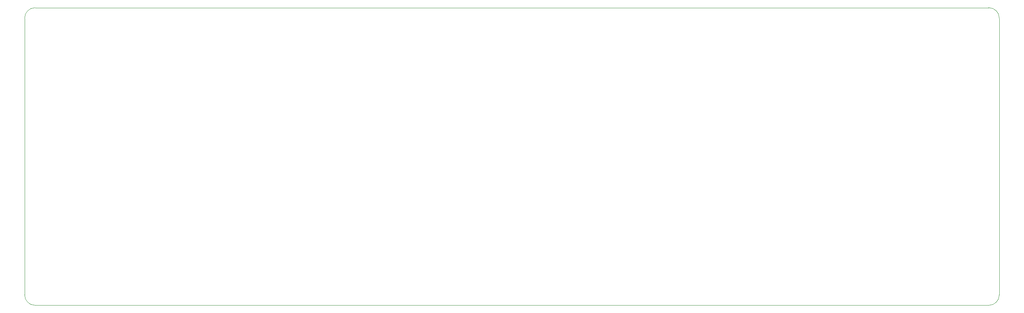
<source format=gbr>
%TF.GenerationSoftware,KiCad,Pcbnew,(6.0.5)*%
%TF.CreationDate,2022-06-01T12:58:51-07:00*%
%TF.ProjectId,hannah_montana,68616e6e-6168-45f6-9d6f-6e74616e612e,rev?*%
%TF.SameCoordinates,Original*%
%TF.FileFunction,Profile,NP*%
%FSLAX46Y46*%
G04 Gerber Fmt 4.6, Leading zero omitted, Abs format (unit mm)*
G04 Created by KiCad (PCBNEW (6.0.5)) date 2022-06-01 12:58:51*
%MOMM*%
%LPD*%
G01*
G04 APERTURE LIST*
%TA.AperFunction,Profile*%
%ADD10C,0.100000*%
%TD*%
G04 APERTURE END LIST*
D10*
X220662500Y-2381250D02*
X220662500Y-65087500D01*
X0Y-65087500D02*
G75*
G03*
X2381250Y-67468750I2381250J0D01*
G01*
X2381250Y0D02*
X218281250Y0D01*
X218281250Y-67468800D02*
G75*
G03*
X220662500Y-65087500I-50J2381300D01*
G01*
X220662500Y-2381250D02*
G75*
G03*
X218281250Y0I-2381300J-50D01*
G01*
X218281250Y-67468750D02*
X2381250Y-67468750D01*
X0Y-65087500D02*
X0Y-2381250D01*
X2381250Y0D02*
G75*
G03*
X0Y-2381250I0J-2381250D01*
G01*
M02*

</source>
